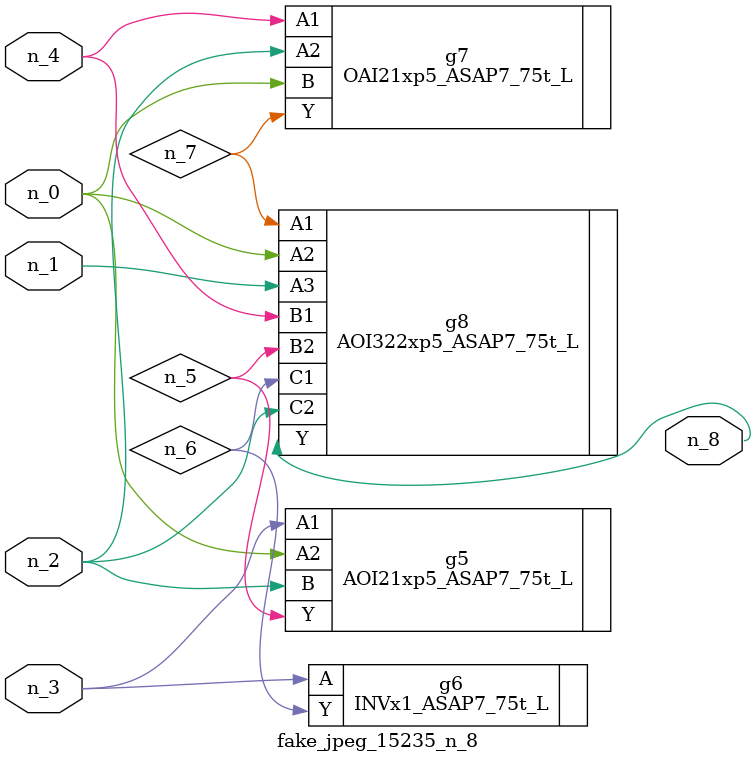
<source format=v>
module fake_jpeg_15235_n_8 (n_3, n_2, n_1, n_0, n_4, n_8);

input n_3;
input n_2;
input n_1;
input n_0;
input n_4;

output n_8;

wire n_6;
wire n_5;
wire n_7;

AOI21xp5_ASAP7_75t_L g5 ( 
.A1(n_3),
.A2(n_0),
.B(n_2),
.Y(n_5)
);

INVx1_ASAP7_75t_L g6 ( 
.A(n_3),
.Y(n_6)
);

OAI21xp5_ASAP7_75t_L g7 ( 
.A1(n_4),
.A2(n_2),
.B(n_0),
.Y(n_7)
);

AOI322xp5_ASAP7_75t_L g8 ( 
.A1(n_7),
.A2(n_0),
.A3(n_1),
.B1(n_4),
.B2(n_5),
.C1(n_6),
.C2(n_2),
.Y(n_8)
);


endmodule
</source>
